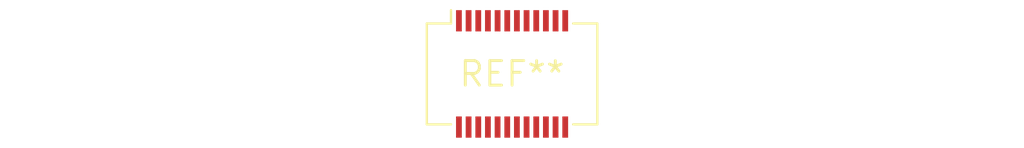
<source format=kicad_pcb>
(kicad_pcb (version 20240108) (generator pcbnew)
  (layers (0 "F.Cu" signal) (31 "B.Cu" signal) (34 "B.Paste" user) (35 "F.Paste" user) (36 "B.SilkS" user "B.Silkscreen") (37 "F.SilkS" user "F.Silkscreen") (38 "B.Mask" user) (39 "F.Mask" user) (44 "Edge.Cuts" user))
  (net 0 "")
  (footprint "Molex_SlimStack_54722-0244_2x12_P0.50mm_Vertical" (layer "F.Cu") (at 0 0)
    (property "Reference" "REF**")
    (property "Value" "Molex_SlimStack_54722-0244_2x12_P0.50mm_Vertical")
    (fp_line (start -4.41 -2.61) (end -3.16 -2.61) (layer "F.SilkS") (stroke (width 0.12)))
    (fp_line (start -4.41 2.61) (end -4.41 -2.61) (layer "F.SilkS") (stroke (width 0.12)))
    (fp_line (start -3.16 -2.61) (end -3.16 -3.3) (layer "F.SilkS") (stroke (width 0.12)))
    (fp_line (start -3.16 2.61) (end -4.41 2.61) (layer "F.SilkS") (stroke (width 0.12)))
    (fp_line (start 3.16 2.61) (end 4.41 2.61) (layer "F.SilkS") (stroke (width 0.12)))
    (fp_line (start 4.41 -2.61) (end 3.16 -2.61) (layer "F.SilkS") (stroke (width 0.12)))
    (fp_line (start 4.41 2.61) (end 4.41 -2.61) (layer "F.SilkS") (stroke (width 0.12)))
    (pad "1" smd rect (at -2.75 -2.75) (size 0.3 1.1) (layers "F.Cu" "F.Paste" "F.Mask"))
    (pad "2" smd rect (at -2.75 2.75) (size 0.3 1.1) (layers "F.Cu" "F.Paste" "F.Mask"))
    (pad "3" smd rect (at -2.25 -2.75) (size 0.3 1.1) (layers "F.Cu" "F.Paste" "F.Mask"))
    (pad "4" smd rect (at -2.25 2.75) (size 0.3 1.1) (layers "F.Cu" "F.Paste" "F.Mask"))
    (pad "5" smd rect (at -1.75 -2.75) (size 0.3 1.1) (layers "F.Cu" "F.Paste" "F.Mask"))
    (pad "6" smd rect (at -1.75 2.75) (size 0.3 1.1) (layers "F.Cu" "F.Paste" "F.Mask"))
    (pad "7" smd rect (at -1.25 -2.75) (size 0.3 1.1) (layers "F.Cu" "F.Paste" "F.Mask"))
    (pad "8" smd rect (at -1.25 2.75) (size 0.3 1.1) (layers "F.Cu" "F.Paste" "F.Mask"))
    (pad "9" smd rect (at -0.75 -2.75) (size 0.3 1.1) (layers "F.Cu" "F.Paste" "F.Mask"))
    (pad "10" smd rect (at -0.75 2.75) (size 0.3 1.1) (layers "F.Cu" "F.Paste" "F.Mask"))
    (pad "11" smd rect (at -0.25 -2.75) (size 0.3 1.1) (layers "F.Cu" "F.Paste" "F.Mask"))
    (pad "12" smd rect (at -0.25 2.75) (size 0.3 1.1) (layers "F.Cu" "F.Paste" "F.Mask"))
    (pad "13" smd rect (at 0.25 -2.75) (size 0.3 1.1) (layers "F.Cu" "F.Paste" "F.Mask"))
    (pad "14" smd rect (at 0.25 2.75) (size 0.3 1.1) (layers "F.Cu" "F.Paste" "F.Mask"))
    (pad "15" smd rect (at 0.75 -2.75) (size 0.3 1.1) (layers "F.Cu" "F.Paste" "F.Mask"))
    (pad "16" smd rect (at 0.75 2.75) (size 0.3 1.1) (layers "F.Cu" "F.Paste" "F.Mask"))
    (pad "17" smd rect (at 1.25 -2.75) (size 0.3 1.1) (layers "F.Cu" "F.Paste" "F.Mask"))
    (pad "18" smd rect (at 1.25 2.75) (size 0.3 1.1) (layers "F.Cu" "F.Paste" "F.Mask"))
    (pad "19" smd rect (at 1.75 -2.75) (size 0.3 1.1) (layers "F.Cu" "F.Paste" "F.Mask"))
    (pad "20" smd rect (at 1.75 2.75) (size 0.3 1.1) (layers "F.Cu" "F.Paste" "F.Mask"))
    (pad "21" smd rect (at 2.25 -2.75) (size 0.3 1.1) (layers "F.Cu" "F.Paste" "F.Mask"))
    (pad "22" smd rect (at 2.25 2.75) (size 0.3 1.1) (layers "F.Cu" "F.Paste" "F.Mask"))
    (pad "23" smd rect (at 2.75 -2.75) (size 0.3 1.1) (layers "F.Cu" "F.Paste" "F.Mask"))
    (pad "24" smd rect (at 2.75 2.75) (size 0.3 1.1) (layers "F.Cu" "F.Paste" "F.Mask"))
  )
)
</source>
